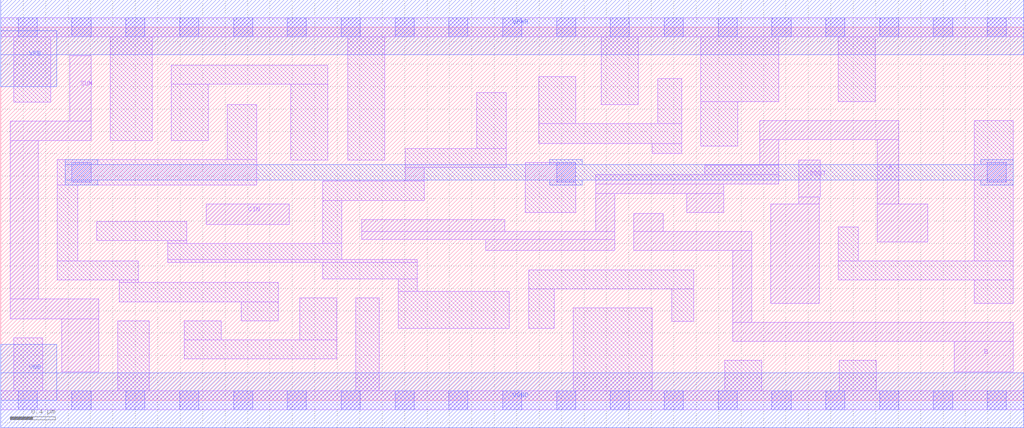
<source format=lef>
# Copyright 2020 The SkyWater PDK Authors
#
# Licensed under the Apache License, Version 2.0 (the "License");
# you may not use this file except in compliance with the License.
# You may obtain a copy of the License at
#
#     https://www.apache.org/licenses/LICENSE-2.0
#
# Unless required by applicable law or agreed to in writing, software
# distributed under the License is distributed on an "AS IS" BASIS,
# WITHOUT WARRANTIES OR CONDITIONS OF ANY KIND, either express or implied.
# See the License for the specific language governing permissions and
# limitations under the License.
#
# SPDX-License-Identifier: Apache-2.0

VERSION 5.5 ;
NAMESCASESENSITIVE ON ;
BUSBITCHARS "[]" ;
DIVIDERCHAR "/" ;
MACRO sky130_fd_sc_lp__fa_2
  CLASS CORE ;
  SOURCE USER ;
  ORIGIN  0.000000  0.000000 ;
  SIZE  9.120000 BY  3.330000 ;
  SYMMETRY X Y R90 ;
  SITE unit ;
  PIN A
    ANTENNAGATEAREA  0.636000 ;
    DIRECTION INPUT ;
    USE SIGNAL ;
    PORT
      LAYER li1 ;
        RECT 3.220000 1.435000 5.475000 1.505000 ;
        RECT 3.220000 1.505000 4.495000 1.615000 ;
        RECT 4.325000 1.335000 5.475000 1.435000 ;
        RECT 5.305000 1.505000 5.475000 1.845000 ;
        RECT 5.305000 1.845000 6.445000 1.930000 ;
        RECT 5.305000 1.930000 6.935000 2.015000 ;
        RECT 6.115000 1.675000 6.445000 1.845000 ;
        RECT 6.275000 2.015000 6.935000 2.100000 ;
        RECT 6.765000 2.100000 6.935000 2.325000 ;
        RECT 6.765000 2.325000 8.005000 2.495000 ;
        RECT 7.815000 1.415000 8.265000 1.750000 ;
        RECT 7.815000 1.750000 8.005000 2.325000 ;
    END
  END A
  PIN B
    ANTENNAGATEAREA  0.636000 ;
    DIRECTION INPUT ;
    USE SIGNAL ;
    PORT
      LAYER li1 ;
        RECT 5.645000 1.335000 6.695000 1.505000 ;
        RECT 5.645000 1.505000 5.905000 1.665000 ;
        RECT 6.525000 0.525000 9.025000 0.695000 ;
        RECT 6.525000 0.695000 6.695000 1.335000 ;
        RECT 8.500000 0.255000 9.025000 0.525000 ;
    END
  END B
  PIN CIN
    ANTENNAGATEAREA  0.477000 ;
    DIRECTION INPUT ;
    USE SIGNAL ;
    PORT
      LAYER li1 ;
        RECT 1.830000 1.570000 2.570000 1.750000 ;
    END
  END CIN
  PIN COUT
    ANTENNADIFFAREA  0.588000 ;
    DIRECTION OUTPUT ;
    USE SIGNAL ;
    PORT
      LAYER li1 ;
        RECT 6.865000 0.865000 7.295000 1.750000 ;
        RECT 7.115000 1.750000 7.295000 1.815000 ;
        RECT 7.115000 1.815000 7.305000 2.145000 ;
    END
  END COUT
  PIN SUM
    ANTENNADIFFAREA  0.588000 ;
    DIRECTION OUTPUT ;
    USE SIGNAL ;
    PORT
      LAYER li1 ;
        RECT 0.085000 0.725000 0.875000 0.905000 ;
        RECT 0.085000 0.905000 0.335000 2.320000 ;
        RECT 0.085000 2.320000 0.805000 2.490000 ;
        RECT 0.545000 0.255000 0.875000 0.725000 ;
        RECT 0.615000 2.490000 0.805000 3.075000 ;
    END
  END SUM
  PIN VGND
    DIRECTION INOUT ;
    USE GROUND ;
    PORT
      LAYER met1 ;
        RECT 0.000000 -0.245000 9.120000 0.245000 ;
    END
  END VGND
  PIN VNB
    DIRECTION INOUT ;
    USE GROUND ;
    PORT
    END
  END VNB
  PIN VPB
    DIRECTION INOUT ;
    USE POWER ;
    PORT
    END
  END VPB
  PIN VNB
    DIRECTION INOUT ;
    USE GROUND ;
    PORT
      LAYER met1 ;
        RECT 0.000000 0.000000 0.500000 0.500000 ;
    END
  END VNB
  PIN VPB
    DIRECTION INOUT ;
    USE POWER ;
    PORT
      LAYER met1 ;
        RECT 0.000000 2.800000 0.500000 3.300000 ;
    END
  END VPB
  PIN VPWR
    DIRECTION INOUT ;
    USE POWER ;
    PORT
      LAYER met1 ;
        RECT 0.000000 3.085000 9.120000 3.575000 ;
    END
  END VPWR
  OBS
    LAYER li1 ;
      RECT 0.000000 -0.085000 9.120000 0.085000 ;
      RECT 0.000000  3.245000 9.120000 3.415000 ;
      RECT 0.115000  0.085000 0.375000 0.555000 ;
      RECT 0.115000  2.660000 0.445000 3.245000 ;
      RECT 0.505000  1.075000 1.225000 1.245000 ;
      RECT 0.505000  1.245000 0.685000 1.920000 ;
      RECT 0.505000  1.920000 2.280000 2.150000 ;
      RECT 0.855000  1.425000 1.660000 1.595000 ;
      RECT 0.975000  2.320000 1.350000 3.245000 ;
      RECT 1.045000  0.085000 1.325000 0.710000 ;
      RECT 1.055000  0.880000 2.475000 1.050000 ;
      RECT 1.055000  1.050000 1.225000 1.075000 ;
      RECT 1.490000  1.230000 3.715000 1.255000 ;
      RECT 1.490000  1.255000 3.040000 1.400000 ;
      RECT 1.490000  1.400000 1.660000 1.425000 ;
      RECT 1.520000  2.320000 1.850000 2.820000 ;
      RECT 1.520000  2.820000 2.915000 2.990000 ;
      RECT 1.635000  0.370000 2.995000 0.540000 ;
      RECT 1.635000  0.540000 1.965000 0.710000 ;
      RECT 2.020000  2.150000 2.280000 2.640000 ;
      RECT 2.145000  0.710000 2.475000 0.880000 ;
      RECT 2.585000  2.145000 2.915000 2.820000 ;
      RECT 2.665000  0.540000 2.995000 0.915000 ;
      RECT 2.870000  1.085000 3.715000 1.230000 ;
      RECT 2.870000  1.400000 3.040000 1.785000 ;
      RECT 2.870000  1.785000 3.775000 1.955000 ;
      RECT 3.095000  2.145000 3.425000 3.245000 ;
      RECT 3.165000  0.085000 3.375000 0.915000 ;
      RECT 3.545000  0.640000 4.535000 0.970000 ;
      RECT 3.545000  0.970000 3.715000 1.085000 ;
      RECT 3.605000  1.955000 3.775000 2.075000 ;
      RECT 3.605000  2.075000 4.505000 2.245000 ;
      RECT 4.245000  2.245000 4.505000 2.745000 ;
      RECT 4.675000  1.675000 5.125000 2.120000 ;
      RECT 4.705000  0.640000 4.935000 0.995000 ;
      RECT 4.705000  0.995000 6.180000 1.165000 ;
      RECT 4.795000  2.290000 6.070000 2.470000 ;
      RECT 4.795000  2.470000 5.125000 2.890000 ;
      RECT 5.105000  0.085000 5.810000 0.825000 ;
      RECT 5.355000  2.640000 5.685000 3.245000 ;
      RECT 5.810000  2.200000 6.070000 2.290000 ;
      RECT 5.855000  2.470000 6.070000 2.870000 ;
      RECT 5.980000  0.705000 6.180000 0.995000 ;
      RECT 6.240000  2.270000 6.570000 2.665000 ;
      RECT 6.240000  2.665000 6.935000 3.245000 ;
      RECT 6.455000  0.085000 6.785000 0.355000 ;
      RECT 7.465000  1.075000 9.025000 1.245000 ;
      RECT 7.465000  1.245000 7.645000 1.545000 ;
      RECT 7.465000  2.665000 7.795000 3.245000 ;
      RECT 7.475000  0.085000 7.805000 0.355000 ;
      RECT 8.680000  0.865000 9.025000 1.075000 ;
      RECT 8.680000  1.245000 9.025000 2.495000 ;
    LAYER mcon ;
      RECT 0.155000 -0.085000 0.325000 0.085000 ;
      RECT 0.155000  3.245000 0.325000 3.415000 ;
      RECT 0.635000 -0.085000 0.805000 0.085000 ;
      RECT 0.635000  1.950000 0.805000 2.120000 ;
      RECT 0.635000  3.245000 0.805000 3.415000 ;
      RECT 1.115000 -0.085000 1.285000 0.085000 ;
      RECT 1.115000  3.245000 1.285000 3.415000 ;
      RECT 1.595000 -0.085000 1.765000 0.085000 ;
      RECT 1.595000  3.245000 1.765000 3.415000 ;
      RECT 2.075000 -0.085000 2.245000 0.085000 ;
      RECT 2.075000  3.245000 2.245000 3.415000 ;
      RECT 2.555000 -0.085000 2.725000 0.085000 ;
      RECT 2.555000  3.245000 2.725000 3.415000 ;
      RECT 3.035000 -0.085000 3.205000 0.085000 ;
      RECT 3.035000  3.245000 3.205000 3.415000 ;
      RECT 3.515000 -0.085000 3.685000 0.085000 ;
      RECT 3.515000  3.245000 3.685000 3.415000 ;
      RECT 3.995000 -0.085000 4.165000 0.085000 ;
      RECT 3.995000  3.245000 4.165000 3.415000 ;
      RECT 4.475000 -0.085000 4.645000 0.085000 ;
      RECT 4.475000  3.245000 4.645000 3.415000 ;
      RECT 4.955000 -0.085000 5.125000 0.085000 ;
      RECT 4.955000  1.950000 5.125000 2.120000 ;
      RECT 4.955000  3.245000 5.125000 3.415000 ;
      RECT 5.435000 -0.085000 5.605000 0.085000 ;
      RECT 5.435000  3.245000 5.605000 3.415000 ;
      RECT 5.915000 -0.085000 6.085000 0.085000 ;
      RECT 5.915000  3.245000 6.085000 3.415000 ;
      RECT 6.395000 -0.085000 6.565000 0.085000 ;
      RECT 6.395000  3.245000 6.565000 3.415000 ;
      RECT 6.875000 -0.085000 7.045000 0.085000 ;
      RECT 6.875000  3.245000 7.045000 3.415000 ;
      RECT 7.355000 -0.085000 7.525000 0.085000 ;
      RECT 7.355000  3.245000 7.525000 3.415000 ;
      RECT 7.835000 -0.085000 8.005000 0.085000 ;
      RECT 7.835000  3.245000 8.005000 3.415000 ;
      RECT 8.315000 -0.085000 8.485000 0.085000 ;
      RECT 8.315000  3.245000 8.485000 3.415000 ;
      RECT 8.795000 -0.085000 8.965000 0.085000 ;
      RECT 8.795000  1.950000 8.965000 2.120000 ;
      RECT 8.795000  3.245000 8.965000 3.415000 ;
    LAYER met1 ;
      RECT 0.575000 1.920000 0.865000 1.965000 ;
      RECT 0.575000 1.965000 9.025000 2.105000 ;
      RECT 0.575000 2.105000 0.865000 2.150000 ;
      RECT 4.895000 1.920000 5.185000 1.965000 ;
      RECT 4.895000 2.105000 5.185000 2.150000 ;
      RECT 8.735000 1.920000 9.025000 1.965000 ;
      RECT 8.735000 2.105000 9.025000 2.150000 ;
  END
END sky130_fd_sc_lp__fa_2
END LIBRARY

</source>
